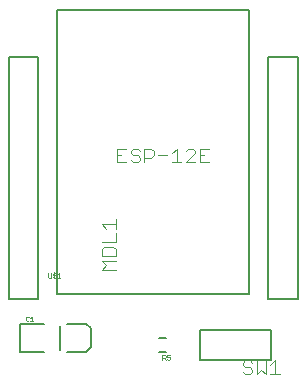
<source format=gto>
G75*
%MOIN*%
%OFA0B0*%
%FSLAX25Y25*%
%IPPOS*%
%LPD*%
%AMOC8*
5,1,8,0,0,1.08239X$1,22.5*
%
%ADD10C,0.00800*%
%ADD11C,0.00500*%
%ADD12C,0.00100*%
%ADD13C,0.00400*%
%ADD14C,0.00600*%
D10*
X0005317Y0011282D02*
X0005317Y0020731D01*
X0013191Y0020731D01*
X0011243Y0028959D02*
X0011243Y0109668D01*
X0001400Y0109668D01*
X0001400Y0028959D01*
X0011243Y0028959D01*
X0021065Y0020731D02*
X0027365Y0020731D01*
X0028939Y0019156D01*
X0028939Y0012857D01*
X0027365Y0011282D01*
X0021065Y0011282D01*
X0013191Y0011282D02*
X0005317Y0011282D01*
X0088014Y0028959D02*
X0088014Y0109668D01*
X0097857Y0109668D01*
X0097857Y0028959D01*
X0088014Y0028959D01*
D11*
X0081408Y0030506D02*
X0017628Y0030506D01*
X0017628Y0125388D01*
X0081408Y0125388D01*
X0081408Y0030506D01*
X0088939Y0018428D02*
X0065317Y0018428D01*
X0065317Y0008585D01*
X0088939Y0008585D01*
X0088939Y0018428D01*
X0018628Y0020006D02*
X0018628Y0012006D01*
D12*
X0009652Y0021493D02*
X0008652Y0021493D01*
X0009152Y0021493D02*
X0009152Y0022995D01*
X0008652Y0022494D01*
X0008179Y0022744D02*
X0007929Y0022995D01*
X0007429Y0022995D01*
X0007178Y0022744D01*
X0007178Y0021744D01*
X0007429Y0021493D01*
X0007929Y0021493D01*
X0008179Y0021744D01*
X0014929Y0036056D02*
X0014678Y0036307D01*
X0014678Y0037558D01*
X0015679Y0037558D02*
X0015679Y0036307D01*
X0015429Y0036056D01*
X0014929Y0036056D01*
X0016152Y0036307D02*
X0016402Y0036056D01*
X0016902Y0036056D01*
X0017152Y0036307D01*
X0017152Y0036557D01*
X0016902Y0036807D01*
X0016402Y0036807D01*
X0016152Y0037057D01*
X0016152Y0037307D01*
X0016402Y0037558D01*
X0016902Y0037558D01*
X0017152Y0037307D01*
X0017625Y0037057D02*
X0018125Y0037558D01*
X0018125Y0036056D01*
X0017625Y0036056D02*
X0018626Y0036056D01*
X0016652Y0035806D02*
X0016652Y0037808D01*
X0052732Y0010208D02*
X0052732Y0008706D01*
X0052732Y0009207D02*
X0053482Y0009207D01*
X0053733Y0009457D01*
X0053733Y0009957D01*
X0053482Y0010208D01*
X0052732Y0010208D01*
X0053232Y0009207D02*
X0053733Y0008706D01*
X0054205Y0008957D02*
X0054455Y0008706D01*
X0054956Y0008706D01*
X0055206Y0008957D01*
X0055206Y0009457D01*
X0054956Y0009707D01*
X0054705Y0009707D01*
X0054205Y0009457D01*
X0054205Y0010208D01*
X0055206Y0010208D01*
D13*
X0037113Y0038580D02*
X0032509Y0038580D01*
X0034044Y0040115D01*
X0032509Y0041650D01*
X0037113Y0041650D01*
X0037113Y0043184D02*
X0037113Y0045486D01*
X0036346Y0046254D01*
X0033277Y0046254D01*
X0032509Y0045486D01*
X0032509Y0043184D01*
X0037113Y0043184D01*
X0037113Y0047788D02*
X0037113Y0050857D01*
X0037113Y0052392D02*
X0037113Y0055461D01*
X0037113Y0053927D02*
X0032509Y0053927D01*
X0034044Y0052392D01*
X0032509Y0047788D02*
X0037113Y0047788D01*
X0037513Y0074446D02*
X0040583Y0074446D01*
X0042117Y0075214D02*
X0042885Y0074446D01*
X0044419Y0074446D01*
X0045187Y0075214D01*
X0045187Y0075981D01*
X0044419Y0076748D01*
X0042885Y0076748D01*
X0042117Y0077516D01*
X0042117Y0078283D01*
X0042885Y0079050D01*
X0044419Y0079050D01*
X0045187Y0078283D01*
X0046721Y0079050D02*
X0049023Y0079050D01*
X0049791Y0078283D01*
X0049791Y0076748D01*
X0049023Y0075981D01*
X0046721Y0075981D01*
X0046721Y0074446D02*
X0046721Y0079050D01*
X0051325Y0076748D02*
X0054394Y0076748D01*
X0055929Y0077516D02*
X0057464Y0079050D01*
X0057464Y0074446D01*
X0058998Y0074446D02*
X0055929Y0074446D01*
X0060533Y0074446D02*
X0063602Y0077516D01*
X0063602Y0078283D01*
X0062835Y0079050D01*
X0061300Y0079050D01*
X0060533Y0078283D01*
X0060533Y0074446D02*
X0063602Y0074446D01*
X0065137Y0074446D02*
X0068206Y0074446D01*
X0066672Y0076748D02*
X0065137Y0076748D01*
X0065137Y0079050D02*
X0065137Y0074446D01*
X0065137Y0079050D02*
X0068206Y0079050D01*
X0040583Y0079050D02*
X0037513Y0079050D01*
X0037513Y0074446D01*
X0037513Y0076748D02*
X0039048Y0076748D01*
X0080278Y0008424D02*
X0079511Y0007657D01*
X0079511Y0006889D01*
X0080278Y0006122D01*
X0081813Y0006122D01*
X0082580Y0005355D01*
X0082580Y0004587D01*
X0081813Y0003820D01*
X0080278Y0003820D01*
X0079511Y0004587D01*
X0080278Y0008424D02*
X0081813Y0008424D01*
X0082580Y0007657D01*
X0084115Y0008424D02*
X0084115Y0003820D01*
X0085650Y0005355D01*
X0087184Y0003820D01*
X0087184Y0008424D01*
X0088719Y0006889D02*
X0090254Y0008424D01*
X0090254Y0003820D01*
X0091788Y0003820D02*
X0088719Y0003820D01*
D14*
X0053809Y0011144D02*
X0051447Y0011144D01*
X0051447Y0015869D02*
X0053809Y0015869D01*
M02*

</source>
